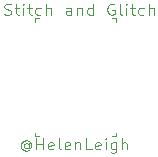
<source format=gbr>
G04 #@! TF.GenerationSoftware,KiCad,Pcbnew,(5.99.0-1023-gd6706c257)*
G04 #@! TF.CreationDate,2020-03-03T23:23:20+01:00*
G04 #@! TF.ProjectId,flex-dip,666c6578-2d64-4697-902e-6b696361645f,rev?*
G04 #@! TF.SameCoordinates,Original*
G04 #@! TF.FileFunction,Legend,Top*
G04 #@! TF.FilePolarity,Positive*
%FSLAX46Y46*%
G04 Gerber Fmt 4.6, Leading zero omitted, Abs format (unit mm)*
G04 Created by KiCad (PCBNEW (5.99.0-1023-gd6706c257)) date 2020-03-03 23:23:20*
%MOMM*%
%LPD*%
G01*
G04 APERTURE LIST*
%ADD10C,0.101600*%
%ADD11C,0.100000*%
G04 APERTURE END LIST*
D10*
X114971677Y-72993411D02*
X114924058Y-72950554D01*
X114828820Y-72907697D01*
X114733581Y-72907697D01*
X114638343Y-72950554D01*
X114590724Y-72993411D01*
X114543105Y-73079125D01*
X114543105Y-73164840D01*
X114590724Y-73250554D01*
X114638343Y-73293411D01*
X114733581Y-73336268D01*
X114828820Y-73336268D01*
X114924058Y-73293411D01*
X114971677Y-73250554D01*
X114971677Y-72907697D02*
X114971677Y-73250554D01*
X115019296Y-73293411D01*
X115066915Y-73293411D01*
X115162153Y-73250554D01*
X115209772Y-73164840D01*
X115209772Y-72950554D01*
X115114534Y-72821982D01*
X114971677Y-72736268D01*
X114781200Y-72693411D01*
X114590724Y-72736268D01*
X114447867Y-72821982D01*
X114352629Y-72950554D01*
X114305010Y-73121982D01*
X114352629Y-73293411D01*
X114447867Y-73421982D01*
X114590724Y-73507697D01*
X114781200Y-73550554D01*
X114971677Y-73507697D01*
X115114534Y-73421982D01*
X115638343Y-73421982D02*
X115638343Y-72521982D01*
X115638343Y-72950554D02*
X116209772Y-72950554D01*
X116209772Y-73421982D02*
X116209772Y-72521982D01*
X117066915Y-73379125D02*
X116971677Y-73421982D01*
X116781200Y-73421982D01*
X116685962Y-73379125D01*
X116638343Y-73293411D01*
X116638343Y-72950554D01*
X116685962Y-72864840D01*
X116781200Y-72821982D01*
X116971677Y-72821982D01*
X117066915Y-72864840D01*
X117114534Y-72950554D01*
X117114534Y-73036268D01*
X116638343Y-73121982D01*
X117685962Y-73421982D02*
X117590724Y-73379125D01*
X117543105Y-73293411D01*
X117543105Y-72521982D01*
X118447867Y-73379125D02*
X118352629Y-73421982D01*
X118162153Y-73421982D01*
X118066915Y-73379125D01*
X118019296Y-73293411D01*
X118019296Y-72950554D01*
X118066915Y-72864840D01*
X118162153Y-72821982D01*
X118352629Y-72821982D01*
X118447867Y-72864840D01*
X118495486Y-72950554D01*
X118495486Y-73036268D01*
X118019296Y-73121982D01*
X118924058Y-72821982D02*
X118924058Y-73421982D01*
X118924058Y-72907697D02*
X118971677Y-72864840D01*
X119066915Y-72821982D01*
X119209772Y-72821982D01*
X119305010Y-72864840D01*
X119352629Y-72950554D01*
X119352629Y-73421982D01*
X120305010Y-73421982D02*
X119828820Y-73421982D01*
X119828820Y-72521982D01*
X121019296Y-73379125D02*
X120924058Y-73421982D01*
X120733581Y-73421982D01*
X120638343Y-73379125D01*
X120590724Y-73293411D01*
X120590724Y-72950554D01*
X120638343Y-72864840D01*
X120733581Y-72821982D01*
X120924058Y-72821982D01*
X121019296Y-72864840D01*
X121066915Y-72950554D01*
X121066915Y-73036268D01*
X120590724Y-73121982D01*
X121495486Y-73421982D02*
X121495486Y-72821982D01*
X121495486Y-72521982D02*
X121447867Y-72564840D01*
X121495486Y-72607697D01*
X121543105Y-72564840D01*
X121495486Y-72521982D01*
X121495486Y-72607697D01*
X122400248Y-72821982D02*
X122400248Y-73550554D01*
X122352629Y-73636268D01*
X122305010Y-73679125D01*
X122209772Y-73721982D01*
X122066915Y-73721982D01*
X121971677Y-73679125D01*
X122400248Y-73379125D02*
X122305010Y-73421982D01*
X122114534Y-73421982D01*
X122019296Y-73379125D01*
X121971677Y-73336268D01*
X121924058Y-73250554D01*
X121924058Y-72993411D01*
X121971677Y-72907697D01*
X122019296Y-72864840D01*
X122114534Y-72821982D01*
X122305010Y-72821982D01*
X122400248Y-72864840D01*
X122876439Y-73421982D02*
X122876439Y-72521982D01*
X123305010Y-73421982D02*
X123305010Y-72950554D01*
X123257391Y-72864840D01*
X123162153Y-72821982D01*
X123019296Y-72821982D01*
X122924058Y-72864840D01*
X122876439Y-72907697D01*
X112921384Y-61992305D02*
X113066527Y-62035162D01*
X113308432Y-62035162D01*
X113405194Y-61992305D01*
X113453575Y-61949448D01*
X113501956Y-61863734D01*
X113501956Y-61778020D01*
X113453575Y-61692305D01*
X113405194Y-61649448D01*
X113308432Y-61606591D01*
X113114908Y-61563734D01*
X113018146Y-61520877D01*
X112969765Y-61478020D01*
X112921384Y-61392305D01*
X112921384Y-61306591D01*
X112969765Y-61220877D01*
X113018146Y-61178020D01*
X113114908Y-61135162D01*
X113356813Y-61135162D01*
X113501956Y-61178020D01*
X113792241Y-61435162D02*
X114179289Y-61435162D01*
X113937384Y-61135162D02*
X113937384Y-61906591D01*
X113985765Y-61992305D01*
X114082527Y-62035162D01*
X114179289Y-62035162D01*
X114517956Y-62035162D02*
X114517956Y-61435162D01*
X114517956Y-61135162D02*
X114469575Y-61178020D01*
X114517956Y-61220877D01*
X114566337Y-61178020D01*
X114517956Y-61135162D01*
X114517956Y-61220877D01*
X114856622Y-61435162D02*
X115243670Y-61435162D01*
X115001765Y-61135162D02*
X115001765Y-61906591D01*
X115050146Y-61992305D01*
X115146908Y-62035162D01*
X115243670Y-62035162D01*
X116017765Y-61992305D02*
X115921003Y-62035162D01*
X115727480Y-62035162D01*
X115630718Y-61992305D01*
X115582337Y-61949448D01*
X115533956Y-61863734D01*
X115533956Y-61606591D01*
X115582337Y-61520877D01*
X115630718Y-61478020D01*
X115727480Y-61435162D01*
X115921003Y-61435162D01*
X116017765Y-61478020D01*
X116453194Y-62035162D02*
X116453194Y-61135162D01*
X116888622Y-62035162D02*
X116888622Y-61563734D01*
X116840241Y-61478020D01*
X116743480Y-61435162D01*
X116598337Y-61435162D01*
X116501575Y-61478020D01*
X116453194Y-61520877D01*
X118581956Y-62035162D02*
X118581956Y-61563734D01*
X118533575Y-61478020D01*
X118436813Y-61435162D01*
X118243289Y-61435162D01*
X118146527Y-61478020D01*
X118581956Y-61992305D02*
X118485194Y-62035162D01*
X118243289Y-62035162D01*
X118146527Y-61992305D01*
X118098146Y-61906591D01*
X118098146Y-61820877D01*
X118146527Y-61735162D01*
X118243289Y-61692305D01*
X118485194Y-61692305D01*
X118581956Y-61649448D01*
X119065765Y-61435162D02*
X119065765Y-62035162D01*
X119065765Y-61520877D02*
X119114146Y-61478020D01*
X119210908Y-61435162D01*
X119356051Y-61435162D01*
X119452813Y-61478020D01*
X119501194Y-61563734D01*
X119501194Y-62035162D01*
X120420432Y-62035162D02*
X120420432Y-61135162D01*
X120420432Y-61992305D02*
X120323670Y-62035162D01*
X120130146Y-62035162D01*
X120033384Y-61992305D01*
X119985003Y-61949448D01*
X119936622Y-61863734D01*
X119936622Y-61606591D01*
X119985003Y-61520877D01*
X120033384Y-61478020D01*
X120130146Y-61435162D01*
X120323670Y-61435162D01*
X120420432Y-61478020D01*
X122210527Y-61178020D02*
X122113765Y-61135162D01*
X121968622Y-61135162D01*
X121823480Y-61178020D01*
X121726718Y-61263734D01*
X121678337Y-61349448D01*
X121629956Y-61520877D01*
X121629956Y-61649448D01*
X121678337Y-61820877D01*
X121726718Y-61906591D01*
X121823480Y-61992305D01*
X121968622Y-62035162D01*
X122065384Y-62035162D01*
X122210527Y-61992305D01*
X122258908Y-61949448D01*
X122258908Y-61649448D01*
X122065384Y-61649448D01*
X122839480Y-62035162D02*
X122742718Y-61992305D01*
X122694337Y-61906591D01*
X122694337Y-61135162D01*
X123226527Y-62035162D02*
X123226527Y-61435162D01*
X123226527Y-61135162D02*
X123178146Y-61178020D01*
X123226527Y-61220877D01*
X123274908Y-61178020D01*
X123226527Y-61135162D01*
X123226527Y-61220877D01*
X123565194Y-61435162D02*
X123952241Y-61435162D01*
X123710337Y-61135162D02*
X123710337Y-61906591D01*
X123758718Y-61992305D01*
X123855480Y-62035162D01*
X123952241Y-62035162D01*
X124726337Y-61992305D02*
X124629575Y-62035162D01*
X124436051Y-62035162D01*
X124339289Y-61992305D01*
X124290908Y-61949448D01*
X124242527Y-61863734D01*
X124242527Y-61606591D01*
X124290908Y-61520877D01*
X124339289Y-61478020D01*
X124436051Y-61435162D01*
X124629575Y-61435162D01*
X124726337Y-61478020D01*
X125161765Y-62035162D02*
X125161765Y-61135162D01*
X125597194Y-62035162D02*
X125597194Y-61563734D01*
X125548813Y-61478020D01*
X125452051Y-61435162D01*
X125306908Y-61435162D01*
X125210146Y-61478020D01*
X125161765Y-61520877D01*
D11*
X115556161Y-72321741D02*
X115856161Y-72321741D01*
X115556161Y-72021741D02*
X115556161Y-72321741D01*
X122356161Y-72321741D02*
X122056161Y-72321741D01*
X122356161Y-72021741D02*
X122356161Y-72321741D01*
X122356161Y-62321741D02*
X122056161Y-62321741D01*
X122356161Y-62621741D02*
X122356161Y-62321741D01*
X115556161Y-62321741D02*
X115856161Y-62321741D01*
X115556161Y-62621741D02*
X115556161Y-62321741D01*
M02*

</source>
